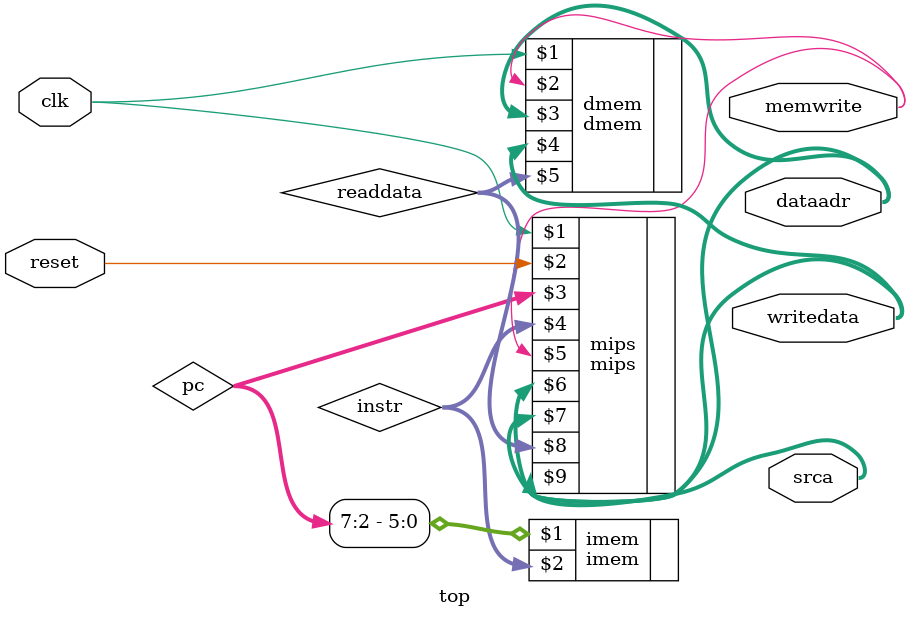
<source format=sv>

module top(input  logic       clk, reset, 
           output logic [31:0] writedata, dataadr, 
           output logic       memwrite,
	   output logic [31:0] srca);
	 //  output logic [31:0] srca, srcb);

  logic [31:0] pc, instr, readdata;
  
  // instantiate processor and memories

  mips mips(clk, reset, pc, instr, memwrite, dataadr, writedata, readdata, srca);

  imem imem(pc[7:2], instr);

  dmem dmem(clk, memwrite, dataadr, writedata, readdata);

endmodule

</source>
